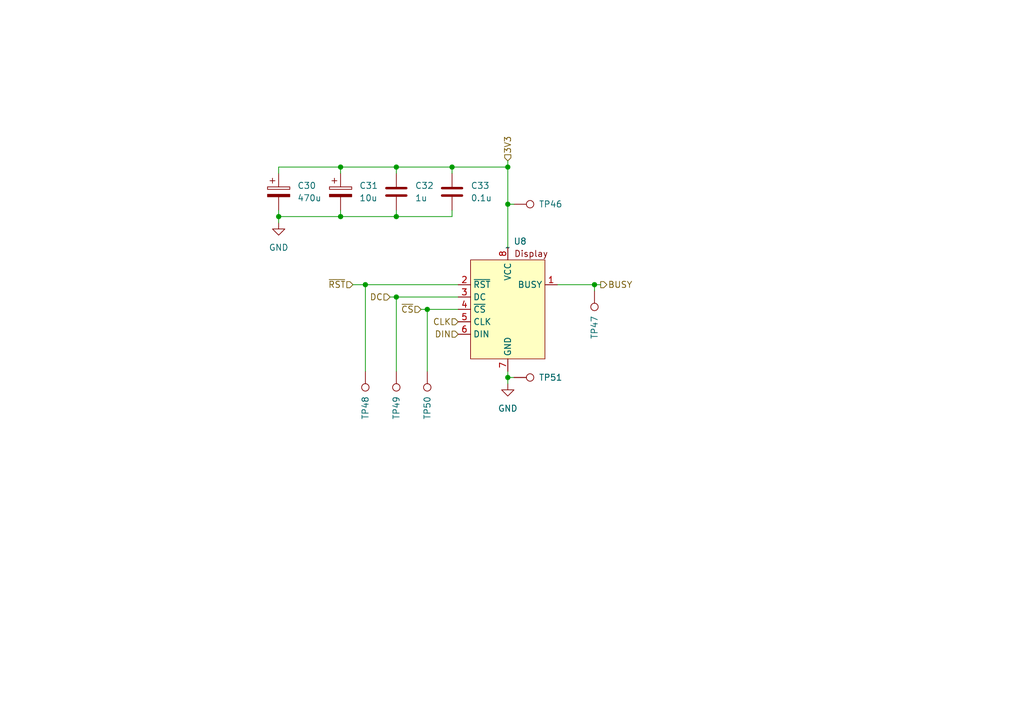
<source format=kicad_sch>
(kicad_sch (version 20230121) (generator eeschema)
  (paper "A5")
  (title_block (title "E-Paper") (date "2024-02-19") (rev "1") (company "shawnd.xyz") (comment 3 "for text, images, or shapes.") (comment 4 "The e-paper block is just a Waveshare 2.9-inch e-paper module that provides a display"))
  (lib_symbols
    (symbol "Connector:TestPoint" (pin_numbers hide) (pin_names (offset 0.762) hide)
      (property "Reference" "TP" (at 0 6.858 0))
      (property "Value" "TestPoint" (at 0 5.08 0))
      (symbol "TestPoint_0_1"
        (circle (center 0 3.302) (radius 0.762))
      )
      (symbol "TestPoint_1_1"
        (pin passive line (at 0 0 90) (length 2.54) (name "1") (number "1"))
      )
    )
    (symbol "Device:C" (pin_numbers hide) (pin_names (offset 0.254))
      (property "Reference" "C" (at 0.635 2.54 0))
      (property "Value" "C" (at 0.635 -2.54 0))
      (symbol "C_0_1"
        (polyline (pts (xy -2.032 -0.762) (xy 2.032 -0.762)) (stroke (width 0.508)))
        (polyline (pts (xy -2.032 0.762) (xy 2.032 0.762)) (stroke (width 0.508)))
      )
      (symbol "C_1_1"
        (pin passive line (at 0 3.81 270) (length 2.794) (name "~") (number "1"))
        (pin passive line (at 0 -3.81 90) (length 2.794) (name "~") (number "2"))
      )
    )
    (symbol "Device:C_Polarized" (pin_numbers hide) (pin_names (offset 0.254))
      (property "Reference" "C" (at 0.635 2.54 0))
      (property "Value" "C_Polarized" (at 0.635 -2.54 0))
      (symbol "C_Polarized_0_1"
        (rectangle (start -2.286 0.508) (end 2.286 1.016))
        (polyline (pts (xy -1.778 2.286) (xy -0.762 2.286)))
        (polyline (pts (xy -1.27 2.794) (xy -1.27 1.778)))
        (rectangle (start 2.286 -0.508) (end -2.286 -1.016) (fill (type outline)))
      )
      (symbol "C_Polarized_1_1"
        (pin passive line (at 0 3.81 270) (length 2.794) (name "~") (number "1"))
        (pin passive line (at 0 -3.81 90) (length 2.794) (name "~") (number "2"))
      )
    )
    (symbol "custom:E-paper_Display"
      (property "Reference" "U" (at 1.27 8.89 0))
      (symbol "E-paper_Display_1_1"
        (rectangle (start -7.62 5.08) (end 7.62 -15.24) (fill (type background)))
        (text "Display" (at 1.27 6.35 0) (effects (font (size 1.27 1.27)) (justify left)))
        (pin output line (at 10.16 0 180) (length 2.54) (name "BUSY") (number "1"))
        (pin input line (at -10.16 0 0) (length 2.54) (name "~{RST}") (number "2"))
        (pin input line (at -10.16 -2.54 0) (length 2.54) (name "DC") (number "3"))
        (pin input line (at -10.16 -5.08 0) (length 2.54) (name "~{CS}") (number "4"))
        (pin input line (at -10.16 -7.62 0) (length 2.54) (name "CLK") (number "5"))
        (pin input line (at -10.16 -10.16 0) (length 2.54) (name "DIN") (number "6"))
        (pin power_out line (at 0 -17.78 90) (length 2.54) (name "GND") (number "7"))
        (pin power_in line (at 0 7.62 270) (length 2.54) (name "VCC") (number "8"))
      )
    )
    (symbol "power:GND" (power) (pin_names (offset 0))
      (property "Value" "GND" (at 0 -3.81 0))
      (symbol "GND_0_1"
        (polyline (pts (xy 0 0) (xy 0 -1.27) (xy 1.27 -1.27) (xy 0 -2.54) (xy -1.27 -1.27) (xy 0 -1.27)))
      )
      (symbol "GND_1_1"
        (pin power_in line (at 0 0 270) (length 0) hide (name "GND") (number "1"))
      )
    )
  )
  (junction (at 69.85 44.45))
  (junction (at 104.14 77.47))
  (junction (at 104.14 34.29))
  (junction (at 57.15 44.45))
  (junction (at 69.85 34.29))
  (junction (at 81.28 60.96))
  (junction (at 81.28 34.29))
  (junction (at 81.28 44.45))
  (junction (at 92.71 34.29))
  (junction (at 121.92 58.42))
  (junction (at 87.63 63.5))
  (junction (at 74.93 58.42))
  (junction (at 104.14 41.91))
  (wire (pts (xy 81.28 44.45) (xy 81.28 43.18)))
  (wire (pts (xy 74.93 58.42) (xy 74.93 76.2)))
  (wire (pts (xy 92.71 34.29) (xy 81.28 34.29)))
  (wire (pts (xy 80.01 60.96) (xy 81.28 60.96)))
  (wire (pts (xy 72.39 58.42) (xy 74.93 58.42)))
  (wire (pts (xy 104.14 41.91) (xy 105.41 41.91)))
  (wire (pts (xy 104.14 77.47) (xy 105.41 77.47)))
  (wire (pts (xy 57.15 34.29) (xy 69.85 34.29)))
  (wire (pts (xy 92.71 44.45) (xy 92.71 43.18)))
  (wire (pts (xy 86.36 63.5) (xy 87.63 63.5)))
  (wire (pts (xy 87.63 63.5) (xy 93.98 63.5)))
  (wire (pts (xy 104.14 78.74) (xy 104.14 77.47)))
  (wire (pts (xy 104.14 34.29) (xy 92.71 34.29)))
  (wire (pts (xy 81.28 34.29) (xy 81.28 35.56)))
  (wire (pts (xy 81.28 60.96) (xy 81.28 76.2)))
  (wire (pts (xy 104.14 34.29) (xy 104.14 41.91)))
  (wire (pts (xy 57.15 45.72) (xy 57.15 44.45)))
  (wire (pts (xy 69.85 35.56) (xy 69.85 34.29)))
  (wire (pts (xy 121.92 58.42) (xy 114.3 58.42)))
  (wire (pts (xy 123.19 58.42) (xy 121.92 58.42)))
  (wire (pts (xy 57.15 35.56) (xy 57.15 34.29)))
  (wire (pts (xy 104.14 77.47) (xy 104.14 76.2)))
  (wire (pts (xy 104.14 33.02) (xy 104.14 34.29)))
  (wire (pts (xy 92.71 34.29) (xy 92.71 35.56)))
  (wire (pts (xy 69.85 34.29) (xy 81.28 34.29)))
  (wire (pts (xy 69.85 44.45) (xy 81.28 44.45)))
  (wire (pts (xy 104.14 41.91) (xy 104.14 50.8)))
  (wire (pts (xy 81.28 60.96) (xy 93.98 60.96)))
  (wire (pts (xy 87.63 63.5) (xy 87.63 76.2)))
  (wire (pts (xy 81.28 44.45) (xy 92.71 44.45)))
  (wire (pts (xy 57.15 44.45) (xy 69.85 44.45)))
  (wire (pts (xy 121.92 58.42) (xy 121.92 59.69)))
  (wire (pts (xy 57.15 43.18) (xy 57.15 44.45)))
  (wire (pts (xy 74.93 58.42) (xy 93.98 58.42)))
  (wire (pts (xy 69.85 43.18) (xy 69.85 44.45)))
  (hierarchical_label "~{RST}" (shape input) (at 72.39 58.42 180))
  (hierarchical_label "3V3" (shape input) (at 104.14 33.02 90))
  (hierarchical_label "CLK" (shape input) (at 93.98 66.04 180))
  (hierarchical_label "DIN" (shape input) (at 93.98 68.58 180))
  (hierarchical_label "DC" (shape input) (at 80.01 60.96 180))
  (hierarchical_label "~{CS}" (shape input) (at 86.36 63.5 180))
  (hierarchical_label "BUSY" (shape output) (at 123.19 58.42 0))
  (symbol (lib_id "power:GND") (at 57.15 45.72 0) (unit 1)
    (property "Reference" "#PWR039" (effects hide))
    (property "Value" "GND" (at 57.15 50.8 0))
  )
  (symbol (lib_id "Connector:TestPoint") (at 74.93 76.2 180) (unit 1)
    (property "Reference" "TP48" (at 74.93 81.28 90) (effects (justify left)))
    (property "Value" "TestPoint" (effects hide))
  )
  (symbol (lib_id "Connector:TestPoint") (at 87.63 76.2 180) (unit 1)
    (property "Reference" "TP50" (at 87.63 81.28 90) (effects (justify left)))
    (property "Value" "TestPoint" (effects hide))
  )
  (symbol (lib_id "Connector:TestPoint") (at 105.41 77.47 270) (unit 1)
    (property "Reference" "TP51" (at 110.49 77.47 90) (effects (justify left)))
    (property "Value" "TestPoint" (effects hide))
  )
  (symbol (lib_id "Connector:TestPoint") (at 121.92 59.69 180) (unit 1)
    (property "Reference" "TP47" (at 121.92 64.77 90) (effects (justify left)))
    (property "Value" "TestPoint" (effects hide))
  )
  (symbol (lib_id "Device:C") (at 81.28 39.37 0) (unit 1)
    (property "Reference" "C32" (at 85.09 38.1 0) (effects (justify left)))
    (property "Value" "1u" (at 85.09 40.64 0) (effects (justify left)))
  )
  (symbol (lib_id "Device:C") (at 92.71 39.37 0) (unit 1)
    (property "Reference" "C33" (at 96.52 38.1 0) (effects (justify left)))
    (property "Value" "0.1u" (at 96.52 40.64 0) (effects (justify left)))
  )
  (symbol (lib_id "Device:C_Polarized") (at 69.85 39.37 0) (unit 1)
    (property "Reference" "C31" (at 73.66 38.1 0) (effects (justify left)))
    (property "Value" "10u" (at 73.66 40.64 0) (effects (justify left)))
  )
  (symbol (lib_id "Device:C_Polarized") (at 57.15 39.37 0) (unit 1)
    (property "Reference" "C30" (at 60.96 38.1 0) (effects (justify left)))
    (property "Value" "470u" (at 60.96 40.64 0) (effects (justify left)))
  )
  (symbol (lib_id "power:GND") (at 104.14 78.74 0) (unit 1)
    (property "Reference" "#PWR040" (effects hide))
    (property "Value" "GND" (at 104.14 83.82 0))
  )
  (symbol (lib_id "custom:E-paper_Display") (at 104.14 58.42 0) (unit 1)
    (property "Reference" "U8" (at 106.68 49.53 0))
    (property "Value" "~" (at 104.14 50.8 0))
  )
  (symbol (lib_id "Connector:TestPoint") (at 105.41 41.91 270) (unit 1)
    (property "Reference" "TP46" (at 110.49 41.91 90) (effects (justify left)))
    (property "Value" "TestPoint" (effects hide))
  )
  (symbol (lib_id "Connector:TestPoint") (at 81.28 76.2 180) (unit 1)
    (property "Reference" "TP49" (at 81.28 81.28 90) (effects (justify left)))
    (property "Value" "TestPoint" (effects hide))
  )
)
</source>
